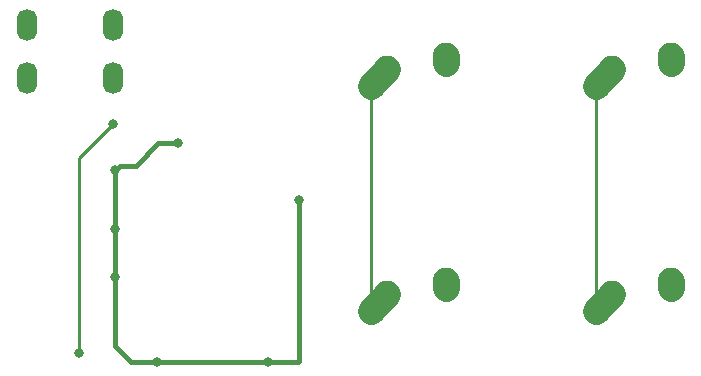
<source format=gtl>
G04 #@! TF.GenerationSoftware,KiCad,Pcbnew,(5.1.4-0-10_14)*
G04 #@! TF.CreationDate,2021-03-21T04:54:58+00:00*
G04 #@! TF.ProjectId,aio3,61696f33-2e6b-4696-9361-645f70636258,rev?*
G04 #@! TF.SameCoordinates,Original*
G04 #@! TF.FileFunction,Copper,L1,Top*
G04 #@! TF.FilePolarity,Positive*
%FSLAX46Y46*%
G04 Gerber Fmt 4.6, Leading zero omitted, Abs format (unit mm)*
G04 Created by KiCad (PCBNEW (5.1.4-0-10_14)) date 2021-03-21 04:54:58*
%MOMM*%
%LPD*%
G04 APERTURE LIST*
%ADD10O,1.700000X2.700000*%
%ADD11C,2.250000*%
%ADD12C,2.250000*%
%ADD13C,0.800000*%
%ADD14C,0.400000*%
%ADD15C,0.250000*%
G04 APERTURE END LIST*
D10*
X78963500Y-63500000D03*
X86263500Y-63500000D03*
X86263500Y-68000000D03*
X78963500Y-68000000D03*
D11*
X133520500Y-66457000D03*
D12*
X133500500Y-66747000D02*
X133540500Y-66167000D01*
D11*
X133540500Y-66167000D03*
X127845501Y-67977000D03*
D12*
X127190500Y-68707000D02*
X128500502Y-67247000D01*
D11*
X128500500Y-67247000D03*
X133520500Y-85507000D03*
D12*
X133500500Y-85797000D02*
X133540500Y-85217000D01*
D11*
X133540500Y-85217000D03*
X127845501Y-87027000D03*
D12*
X127190500Y-87757000D02*
X128500502Y-86297000D01*
D11*
X128500500Y-86297000D03*
X114470500Y-85507000D03*
D12*
X114450500Y-85797000D02*
X114490500Y-85217000D01*
D11*
X114490500Y-85217000D03*
X108795501Y-87027000D03*
D12*
X108140500Y-87757000D02*
X109450502Y-86297000D01*
D11*
X109450500Y-86297000D03*
X114470500Y-66457000D03*
D12*
X114450500Y-66747000D02*
X114490500Y-66167000D01*
D11*
X114490500Y-66167000D03*
X108795501Y-67977000D03*
D12*
X108140500Y-68707000D02*
X109450502Y-67247000D01*
D11*
X109450500Y-67247000D03*
D13*
X86423500Y-80772000D03*
X91757500Y-73533000D03*
X86423500Y-75819000D03*
X89996250Y-92058250D03*
X99377500Y-92075000D03*
X86423500Y-84836000D03*
X102044500Y-78359000D03*
X86296500Y-71882000D03*
X83375500Y-91313000D03*
D14*
X88220499Y-75419001D02*
X90106500Y-73533000D01*
X90106500Y-73533000D02*
X91757500Y-73533000D01*
X89996250Y-92058250D02*
X99360750Y-92058250D01*
X86423500Y-80772000D02*
X86423500Y-75819000D01*
X86423500Y-81407000D02*
X86423500Y-80772000D01*
X86423500Y-84836000D02*
X86423500Y-81407000D01*
X99360750Y-92058250D02*
X99377500Y-92075000D01*
X86823499Y-75419001D02*
X88220499Y-75419001D01*
X87803750Y-92058250D02*
X89996250Y-92058250D01*
X86423500Y-75819000D02*
X86823499Y-75419001D01*
X86423500Y-90678000D02*
X86423500Y-84836000D01*
X87803750Y-92058250D02*
X86423500Y-90678000D01*
X99377500Y-92075000D02*
X101917500Y-92075000D01*
X102044500Y-91948000D02*
X102044500Y-78359000D01*
X101917500Y-92075000D02*
X102044500Y-91948000D01*
D15*
X108140500Y-68707000D02*
X108140500Y-87757000D01*
X127190500Y-68707000D02*
X127190500Y-84987000D01*
X127190500Y-84987000D02*
X127190500Y-87757000D01*
X86296500Y-71882000D02*
X83375500Y-74803000D01*
X83375500Y-74803000D02*
X83375500Y-91313000D01*
M02*

</source>
